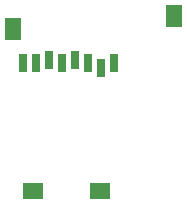
<source format=gbp>
G04*
G04 #@! TF.GenerationSoftware,Altium Limited,Altium Designer,20.1.11 (218)*
G04*
G04 Layer_Color=128*
%FSLAX25Y25*%
%MOIN*%
G70*
G04*
G04 #@! TF.SameCoordinates,DC62774E-AE12-477B-97F5-19A81F94617E*
G04*
G04*
G04 #@! TF.FilePolarity,Positive*
G04*
G01*
G75*
%ADD94R,0.03150X0.05906*%
%ADD95R,0.05512X0.07480*%
%ADD96R,0.07087X0.05512*%
D94*
X8858Y198819D02*
D03*
X-21457D02*
D03*
X-17126D02*
D03*
X-12795Y199606D02*
D03*
X-8465Y198819D02*
D03*
X-4134Y199606D02*
D03*
X197Y198819D02*
D03*
X4528Y197244D02*
D03*
D95*
X28937Y214488D02*
D03*
X-24921Y210000D02*
D03*
D96*
X-18189Y156142D02*
D03*
X4252D02*
D03*
M02*

</source>
